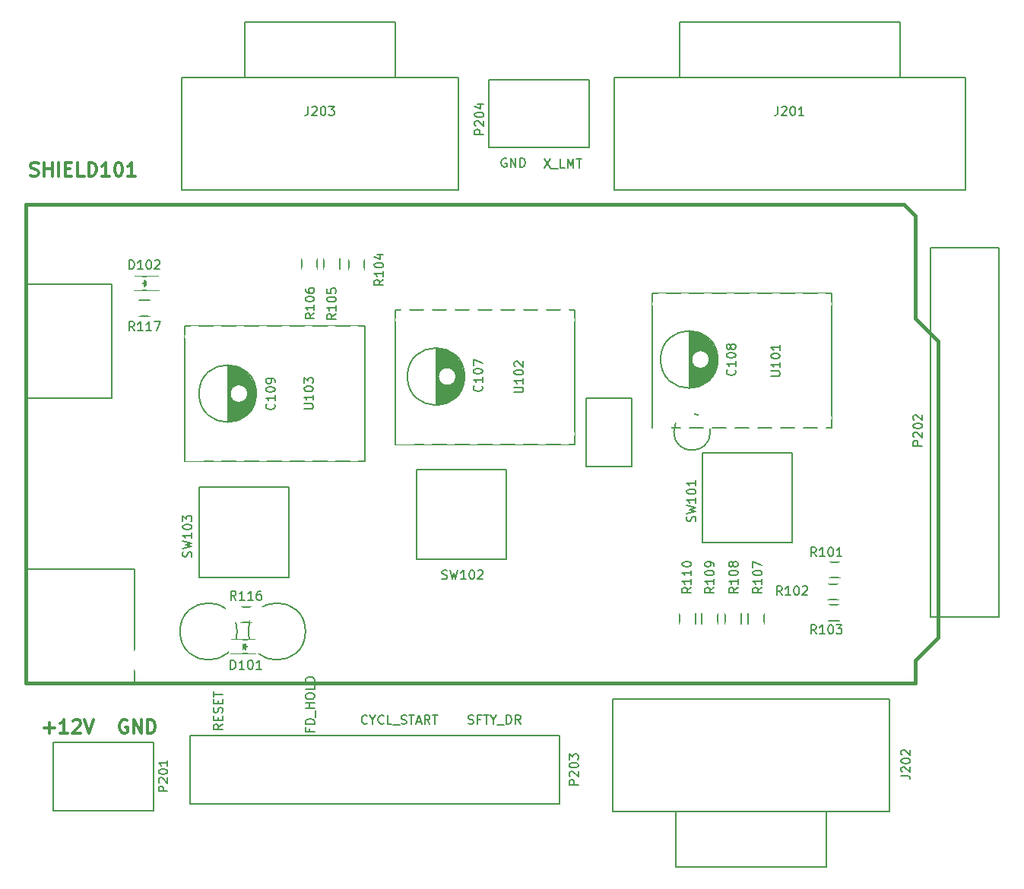
<source format=gto>
G04 #@! TF.FileFunction,Legend,Top*
%FSLAX46Y46*%
G04 Gerber Fmt 4.6, Leading zero omitted, Abs format (unit mm)*
G04 Created by KiCad (PCBNEW 4.0.5) date Wednesday, August 30, 2017 'PMt' 12:57:39 PM*
%MOMM*%
%LPD*%
G01*
G04 APERTURE LIST*
%ADD10C,0.100000*%
%ADD11C,0.150000*%
%ADD12C,0.300000*%
%ADD13C,0.127000*%
%ADD14C,0.381000*%
%ADD15C,0.304800*%
%ADD16C,1.700000*%
%ADD17R,1.700000X1.700000*%
%ADD18R,1.598880X1.598880*%
%ADD19R,1.900000X1.700000*%
%ADD20R,1.700000X1.900000*%
%ADD21O,1.924000X2.940000*%
%ADD22C,4.337000*%
%ADD23C,1.924000*%
%ADD24O,2.127200X2.432000*%
%ADD25R,2.127200X2.432000*%
%ADD26O,2.940000X2.940000*%
%ADD27R,2.940000X2.940000*%
%ADD28C,4.262000*%
%ADD29R,1.924000X1.924000*%
G04 APERTURE END LIST*
D10*
D11*
X127431896Y-75522200D02*
X127336658Y-75474581D01*
X127193801Y-75474581D01*
X127050943Y-75522200D01*
X126955705Y-75617438D01*
X126908086Y-75712676D01*
X126860467Y-75903152D01*
X126860467Y-76046010D01*
X126908086Y-76236486D01*
X126955705Y-76331724D01*
X127050943Y-76426962D01*
X127193801Y-76474581D01*
X127289039Y-76474581D01*
X127431896Y-76426962D01*
X127479515Y-76379343D01*
X127479515Y-76046010D01*
X127289039Y-76046010D01*
X127908086Y-76474581D02*
X127908086Y-75474581D01*
X128479515Y-76474581D01*
X128479515Y-75474581D01*
X128955705Y-76474581D02*
X128955705Y-75474581D01*
X129193800Y-75474581D01*
X129336658Y-75522200D01*
X129431896Y-75617438D01*
X129479515Y-75712676D01*
X129527134Y-75903152D01*
X129527134Y-76046010D01*
X129479515Y-76236486D01*
X129431896Y-76331724D01*
X129336658Y-76426962D01*
X129193800Y-76474581D01*
X128955705Y-76474581D01*
X131634171Y-75550781D02*
X132300838Y-76550781D01*
X132300838Y-75550781D02*
X131634171Y-76550781D01*
X132443695Y-76646019D02*
X133205600Y-76646019D01*
X133919886Y-76550781D02*
X133443695Y-76550781D01*
X133443695Y-75550781D01*
X134253219Y-76550781D02*
X134253219Y-75550781D01*
X134586553Y-76265067D01*
X134919886Y-75550781D01*
X134919886Y-76550781D01*
X135253219Y-75550781D02*
X135824648Y-75550781D01*
X135538933Y-76550781D02*
X135538933Y-75550781D01*
X123206238Y-138479162D02*
X123349095Y-138526781D01*
X123587191Y-138526781D01*
X123682429Y-138479162D01*
X123730048Y-138431543D01*
X123777667Y-138336305D01*
X123777667Y-138241067D01*
X123730048Y-138145829D01*
X123682429Y-138098210D01*
X123587191Y-138050590D01*
X123396714Y-138002971D01*
X123301476Y-137955352D01*
X123253857Y-137907733D01*
X123206238Y-137812495D01*
X123206238Y-137717257D01*
X123253857Y-137622019D01*
X123301476Y-137574400D01*
X123396714Y-137526781D01*
X123634810Y-137526781D01*
X123777667Y-137574400D01*
X124539572Y-138002971D02*
X124206238Y-138002971D01*
X124206238Y-138526781D02*
X124206238Y-137526781D01*
X124682429Y-137526781D01*
X124920524Y-137526781D02*
X125491953Y-137526781D01*
X125206238Y-138526781D02*
X125206238Y-137526781D01*
X126015762Y-138050590D02*
X126015762Y-138526781D01*
X125682429Y-137526781D02*
X126015762Y-138050590D01*
X126349096Y-137526781D01*
X126444334Y-138622019D02*
X127206239Y-138622019D01*
X127444334Y-138526781D02*
X127444334Y-137526781D01*
X127682429Y-137526781D01*
X127825287Y-137574400D01*
X127920525Y-137669638D01*
X127968144Y-137764876D01*
X128015763Y-137955352D01*
X128015763Y-138098210D01*
X127968144Y-138288686D01*
X127920525Y-138383924D01*
X127825287Y-138479162D01*
X127682429Y-138526781D01*
X127444334Y-138526781D01*
X129015763Y-138526781D02*
X128682429Y-138050590D01*
X128444334Y-138526781D02*
X128444334Y-137526781D01*
X128825287Y-137526781D01*
X128920525Y-137574400D01*
X128968144Y-137622019D01*
X129015763Y-137717257D01*
X129015763Y-137860114D01*
X128968144Y-137955352D01*
X128920525Y-138002971D01*
X128825287Y-138050590D01*
X128444334Y-138050590D01*
X111922371Y-138431543D02*
X111874752Y-138479162D01*
X111731895Y-138526781D01*
X111636657Y-138526781D01*
X111493799Y-138479162D01*
X111398561Y-138383924D01*
X111350942Y-138288686D01*
X111303323Y-138098210D01*
X111303323Y-137955352D01*
X111350942Y-137764876D01*
X111398561Y-137669638D01*
X111493799Y-137574400D01*
X111636657Y-137526781D01*
X111731895Y-137526781D01*
X111874752Y-137574400D01*
X111922371Y-137622019D01*
X112541418Y-138050590D02*
X112541418Y-138526781D01*
X112208085Y-137526781D02*
X112541418Y-138050590D01*
X112874752Y-137526781D01*
X113779514Y-138431543D02*
X113731895Y-138479162D01*
X113589038Y-138526781D01*
X113493800Y-138526781D01*
X113350942Y-138479162D01*
X113255704Y-138383924D01*
X113208085Y-138288686D01*
X113160466Y-138098210D01*
X113160466Y-137955352D01*
X113208085Y-137764876D01*
X113255704Y-137669638D01*
X113350942Y-137574400D01*
X113493800Y-137526781D01*
X113589038Y-137526781D01*
X113731895Y-137574400D01*
X113779514Y-137622019D01*
X114684276Y-138526781D02*
X114208085Y-138526781D01*
X114208085Y-137526781D01*
X114779514Y-138622019D02*
X115541419Y-138622019D01*
X115731895Y-138479162D02*
X115874752Y-138526781D01*
X116112848Y-138526781D01*
X116208086Y-138479162D01*
X116255705Y-138431543D01*
X116303324Y-138336305D01*
X116303324Y-138241067D01*
X116255705Y-138145829D01*
X116208086Y-138098210D01*
X116112848Y-138050590D01*
X115922371Y-138002971D01*
X115827133Y-137955352D01*
X115779514Y-137907733D01*
X115731895Y-137812495D01*
X115731895Y-137717257D01*
X115779514Y-137622019D01*
X115827133Y-137574400D01*
X115922371Y-137526781D01*
X116160467Y-137526781D01*
X116303324Y-137574400D01*
X116589038Y-137526781D02*
X117160467Y-137526781D01*
X116874752Y-138526781D02*
X116874752Y-137526781D01*
X117446181Y-138241067D02*
X117922372Y-138241067D01*
X117350943Y-138526781D02*
X117684276Y-137526781D01*
X118017610Y-138526781D01*
X118922372Y-138526781D02*
X118589038Y-138050590D01*
X118350943Y-138526781D02*
X118350943Y-137526781D01*
X118731896Y-137526781D01*
X118827134Y-137574400D01*
X118874753Y-137622019D01*
X118922372Y-137717257D01*
X118922372Y-137860114D01*
X118874753Y-137955352D01*
X118827134Y-138002971D01*
X118731896Y-138050590D01*
X118350943Y-138050590D01*
X119208086Y-137526781D02*
X119779515Y-137526781D01*
X119493800Y-138526781D02*
X119493800Y-137526781D01*
X105541771Y-139037676D02*
X105541771Y-139371010D01*
X106065581Y-139371010D02*
X105065581Y-139371010D01*
X105065581Y-138894819D01*
X106065581Y-138513867D02*
X105065581Y-138513867D01*
X105065581Y-138275772D01*
X105113200Y-138132914D01*
X105208438Y-138037676D01*
X105303676Y-137990057D01*
X105494152Y-137942438D01*
X105637010Y-137942438D01*
X105827486Y-137990057D01*
X105922724Y-138037676D01*
X106017962Y-138132914D01*
X106065581Y-138275772D01*
X106065581Y-138513867D01*
X106160819Y-137751962D02*
X106160819Y-136990057D01*
X106065581Y-136751962D02*
X105065581Y-136751962D01*
X105541771Y-136751962D02*
X105541771Y-136180533D01*
X106065581Y-136180533D02*
X105065581Y-136180533D01*
X105065581Y-135513867D02*
X105065581Y-135323390D01*
X105113200Y-135228152D01*
X105208438Y-135132914D01*
X105398914Y-135085295D01*
X105732248Y-135085295D01*
X105922724Y-135132914D01*
X106017962Y-135228152D01*
X106065581Y-135323390D01*
X106065581Y-135513867D01*
X106017962Y-135609105D01*
X105922724Y-135704343D01*
X105732248Y-135751962D01*
X105398914Y-135751962D01*
X105208438Y-135704343D01*
X105113200Y-135609105D01*
X105065581Y-135513867D01*
X106065581Y-134180533D02*
X106065581Y-134656724D01*
X105065581Y-134656724D01*
X106065581Y-133847200D02*
X105065581Y-133847200D01*
X105065581Y-133609105D01*
X105113200Y-133466247D01*
X105208438Y-133371009D01*
X105303676Y-133323390D01*
X105494152Y-133275771D01*
X105637010Y-133275771D01*
X105827486Y-133323390D01*
X105922724Y-133371009D01*
X106017962Y-133466247D01*
X106065581Y-133609105D01*
X106065581Y-133847200D01*
X95829381Y-138536181D02*
X95353190Y-138869515D01*
X95829381Y-139107610D02*
X94829381Y-139107610D01*
X94829381Y-138726657D01*
X94877000Y-138631419D01*
X94924619Y-138583800D01*
X95019857Y-138536181D01*
X95162714Y-138536181D01*
X95257952Y-138583800D01*
X95305571Y-138631419D01*
X95353190Y-138726657D01*
X95353190Y-139107610D01*
X95305571Y-138107610D02*
X95305571Y-137774276D01*
X95829381Y-137631419D02*
X95829381Y-138107610D01*
X94829381Y-138107610D01*
X94829381Y-137631419D01*
X95781762Y-137250467D02*
X95829381Y-137107610D01*
X95829381Y-136869514D01*
X95781762Y-136774276D01*
X95734143Y-136726657D01*
X95638905Y-136679038D01*
X95543667Y-136679038D01*
X95448429Y-136726657D01*
X95400810Y-136774276D01*
X95353190Y-136869514D01*
X95305571Y-137059991D01*
X95257952Y-137155229D01*
X95210333Y-137202848D01*
X95115095Y-137250467D01*
X95019857Y-137250467D01*
X94924619Y-137202848D01*
X94877000Y-137155229D01*
X94829381Y-137059991D01*
X94829381Y-136821895D01*
X94877000Y-136679038D01*
X95305571Y-136250467D02*
X95305571Y-135917133D01*
X95829381Y-135774276D02*
X95829381Y-136250467D01*
X94829381Y-136250467D01*
X94829381Y-135774276D01*
X94829381Y-135488562D02*
X94829381Y-134917133D01*
X95829381Y-135202848D02*
X94829381Y-135202848D01*
D12*
X85191743Y-138111800D02*
X85048886Y-138040371D01*
X84834600Y-138040371D01*
X84620315Y-138111800D01*
X84477457Y-138254657D01*
X84406029Y-138397514D01*
X84334600Y-138683229D01*
X84334600Y-138897514D01*
X84406029Y-139183229D01*
X84477457Y-139326086D01*
X84620315Y-139468943D01*
X84834600Y-139540371D01*
X84977457Y-139540371D01*
X85191743Y-139468943D01*
X85263172Y-139397514D01*
X85263172Y-138897514D01*
X84977457Y-138897514D01*
X85906029Y-139540371D02*
X85906029Y-138040371D01*
X86763172Y-139540371D01*
X86763172Y-138040371D01*
X87477458Y-139540371D02*
X87477458Y-138040371D01*
X87834601Y-138040371D01*
X88048886Y-138111800D01*
X88191744Y-138254657D01*
X88263172Y-138397514D01*
X88334601Y-138683229D01*
X88334601Y-138897514D01*
X88263172Y-139183229D01*
X88191744Y-139326086D01*
X88048886Y-139468943D01*
X87834601Y-139540371D01*
X87477458Y-139540371D01*
X75970144Y-138968943D02*
X77113001Y-138968943D01*
X76541572Y-139540371D02*
X76541572Y-138397514D01*
X78613001Y-139540371D02*
X77755858Y-139540371D01*
X78184430Y-139540371D02*
X78184430Y-138040371D01*
X78041573Y-138254657D01*
X77898715Y-138397514D01*
X77755858Y-138468943D01*
X79184429Y-138183229D02*
X79255858Y-138111800D01*
X79398715Y-138040371D01*
X79755858Y-138040371D01*
X79898715Y-138111800D01*
X79970144Y-138183229D01*
X80041572Y-138326086D01*
X80041572Y-138468943D01*
X79970144Y-138683229D01*
X79113001Y-139540371D01*
X80041572Y-139540371D01*
X80470143Y-138040371D02*
X80970143Y-139540371D01*
X81470143Y-138040371D01*
D11*
X119675000Y-96651000D02*
X119675000Y-102949000D01*
X119815000Y-96657000D02*
X119815000Y-102943000D01*
X119955000Y-96670000D02*
X119955000Y-99354000D01*
X119955000Y-100246000D02*
X119955000Y-102930000D01*
X120095000Y-96689000D02*
X120095000Y-99144000D01*
X120095000Y-100456000D02*
X120095000Y-102911000D01*
X120235000Y-96715000D02*
X120235000Y-99011000D01*
X120235000Y-100589000D02*
X120235000Y-102885000D01*
X120375000Y-96747000D02*
X120375000Y-98920000D01*
X120375000Y-100680000D02*
X120375000Y-102853000D01*
X120515000Y-96786000D02*
X120515000Y-98858000D01*
X120515000Y-100742000D02*
X120515000Y-102814000D01*
X120655000Y-96832000D02*
X120655000Y-98819000D01*
X120655000Y-100781000D02*
X120655000Y-102768000D01*
X120795000Y-96885000D02*
X120795000Y-98802000D01*
X120795000Y-100798000D02*
X120795000Y-102715000D01*
X120935000Y-96947000D02*
X120935000Y-98804000D01*
X120935000Y-100796000D02*
X120935000Y-102653000D01*
X121075000Y-97017000D02*
X121075000Y-98826000D01*
X121075000Y-100774000D02*
X121075000Y-102583000D01*
X121215000Y-97096000D02*
X121215000Y-98869000D01*
X121215000Y-100731000D02*
X121215000Y-102504000D01*
X121355000Y-97184000D02*
X121355000Y-98937000D01*
X121355000Y-100663000D02*
X121355000Y-102416000D01*
X121495000Y-97284000D02*
X121495000Y-99036000D01*
X121495000Y-100564000D02*
X121495000Y-102316000D01*
X121635000Y-97396000D02*
X121635000Y-99181000D01*
X121635000Y-100419000D02*
X121635000Y-102204000D01*
X121775000Y-97521000D02*
X121775000Y-99420000D01*
X121775000Y-100180000D02*
X121775000Y-102079000D01*
X121915000Y-97664000D02*
X121915000Y-101936000D01*
X122055000Y-97826000D02*
X122055000Y-101774000D01*
X122195000Y-98014000D02*
X122195000Y-101586000D01*
X122335000Y-98237000D02*
X122335000Y-101363000D01*
X122475000Y-98513000D02*
X122475000Y-101087000D01*
X122615000Y-98888000D02*
X122615000Y-100712000D01*
X121850000Y-99800000D02*
G75*
G03X121850000Y-99800000I-1000000J0D01*
G01*
X122787500Y-99800000D02*
G75*
G03X122787500Y-99800000I-3187500J0D01*
G01*
X147875000Y-94751000D02*
X147875000Y-101049000D01*
X148015000Y-94757000D02*
X148015000Y-101043000D01*
X148155000Y-94770000D02*
X148155000Y-97454000D01*
X148155000Y-98346000D02*
X148155000Y-101030000D01*
X148295000Y-94789000D02*
X148295000Y-97244000D01*
X148295000Y-98556000D02*
X148295000Y-101011000D01*
X148435000Y-94815000D02*
X148435000Y-97111000D01*
X148435000Y-98689000D02*
X148435000Y-100985000D01*
X148575000Y-94847000D02*
X148575000Y-97020000D01*
X148575000Y-98780000D02*
X148575000Y-100953000D01*
X148715000Y-94886000D02*
X148715000Y-96958000D01*
X148715000Y-98842000D02*
X148715000Y-100914000D01*
X148855000Y-94932000D02*
X148855000Y-96919000D01*
X148855000Y-98881000D02*
X148855000Y-100868000D01*
X148995000Y-94985000D02*
X148995000Y-96902000D01*
X148995000Y-98898000D02*
X148995000Y-100815000D01*
X149135000Y-95047000D02*
X149135000Y-96904000D01*
X149135000Y-98896000D02*
X149135000Y-100753000D01*
X149275000Y-95117000D02*
X149275000Y-96926000D01*
X149275000Y-98874000D02*
X149275000Y-100683000D01*
X149415000Y-95196000D02*
X149415000Y-96969000D01*
X149415000Y-98831000D02*
X149415000Y-100604000D01*
X149555000Y-95284000D02*
X149555000Y-97037000D01*
X149555000Y-98763000D02*
X149555000Y-100516000D01*
X149695000Y-95384000D02*
X149695000Y-97136000D01*
X149695000Y-98664000D02*
X149695000Y-100416000D01*
X149835000Y-95496000D02*
X149835000Y-97281000D01*
X149835000Y-98519000D02*
X149835000Y-100304000D01*
X149975000Y-95621000D02*
X149975000Y-97520000D01*
X149975000Y-98280000D02*
X149975000Y-100179000D01*
X150115000Y-95764000D02*
X150115000Y-100036000D01*
X150255000Y-95926000D02*
X150255000Y-99874000D01*
X150395000Y-96114000D02*
X150395000Y-99686000D01*
X150535000Y-96337000D02*
X150535000Y-99463000D01*
X150675000Y-96613000D02*
X150675000Y-99187000D01*
X150815000Y-96988000D02*
X150815000Y-98812000D01*
X150050000Y-97900000D02*
G75*
G03X150050000Y-97900000I-1000000J0D01*
G01*
X150987500Y-97900000D02*
G75*
G03X150987500Y-97900000I-3187500J0D01*
G01*
X96475000Y-98551000D02*
X96475000Y-104849000D01*
X96615000Y-98557000D02*
X96615000Y-104843000D01*
X96755000Y-98570000D02*
X96755000Y-101254000D01*
X96755000Y-102146000D02*
X96755000Y-104830000D01*
X96895000Y-98589000D02*
X96895000Y-101044000D01*
X96895000Y-102356000D02*
X96895000Y-104811000D01*
X97035000Y-98615000D02*
X97035000Y-100911000D01*
X97035000Y-102489000D02*
X97035000Y-104785000D01*
X97175000Y-98647000D02*
X97175000Y-100820000D01*
X97175000Y-102580000D02*
X97175000Y-104753000D01*
X97315000Y-98686000D02*
X97315000Y-100758000D01*
X97315000Y-102642000D02*
X97315000Y-104714000D01*
X97455000Y-98732000D02*
X97455000Y-100719000D01*
X97455000Y-102681000D02*
X97455000Y-104668000D01*
X97595000Y-98785000D02*
X97595000Y-100702000D01*
X97595000Y-102698000D02*
X97595000Y-104615000D01*
X97735000Y-98847000D02*
X97735000Y-100704000D01*
X97735000Y-102696000D02*
X97735000Y-104553000D01*
X97875000Y-98917000D02*
X97875000Y-100726000D01*
X97875000Y-102674000D02*
X97875000Y-104483000D01*
X98015000Y-98996000D02*
X98015000Y-100769000D01*
X98015000Y-102631000D02*
X98015000Y-104404000D01*
X98155000Y-99084000D02*
X98155000Y-100837000D01*
X98155000Y-102563000D02*
X98155000Y-104316000D01*
X98295000Y-99184000D02*
X98295000Y-100936000D01*
X98295000Y-102464000D02*
X98295000Y-104216000D01*
X98435000Y-99296000D02*
X98435000Y-101081000D01*
X98435000Y-102319000D02*
X98435000Y-104104000D01*
X98575000Y-99421000D02*
X98575000Y-101320000D01*
X98575000Y-102080000D02*
X98575000Y-103979000D01*
X98715000Y-99564000D02*
X98715000Y-103836000D01*
X98855000Y-99726000D02*
X98855000Y-103674000D01*
X98995000Y-99914000D02*
X98995000Y-103486000D01*
X99135000Y-100137000D02*
X99135000Y-103263000D01*
X99275000Y-100413000D02*
X99275000Y-102987000D01*
X99415000Y-100788000D02*
X99415000Y-102612000D01*
X98650000Y-101700000D02*
G75*
G03X98650000Y-101700000I-1000000J0D01*
G01*
X99587500Y-101700000D02*
G75*
G03X99587500Y-101700000I-3187500J0D01*
G01*
X96778095Y-130625000D02*
X99478095Y-130625000D01*
X96778095Y-129125000D02*
X99478095Y-129125000D01*
X98278095Y-130025000D02*
X98278095Y-129775000D01*
X98278095Y-129775000D02*
X98128095Y-129925000D01*
X98028095Y-129525000D02*
X98028095Y-130225000D01*
X98378095Y-129875000D02*
X98728095Y-129875000D01*
X98028095Y-129875000D02*
X98378095Y-129525000D01*
X98378095Y-129525000D02*
X98378095Y-130225000D01*
X98378095Y-130225000D02*
X98028095Y-129875000D01*
X88722000Y-88658000D02*
X86022000Y-88658000D01*
X88722000Y-90158000D02*
X86022000Y-90158000D01*
X87222000Y-89258000D02*
X87222000Y-89508000D01*
X87222000Y-89508000D02*
X87372000Y-89358000D01*
X87472000Y-89758000D02*
X87472000Y-89058000D01*
X87122000Y-89408000D02*
X86772000Y-89408000D01*
X87472000Y-89408000D02*
X87122000Y-89758000D01*
X87122000Y-89758000D02*
X87122000Y-89058000D01*
X87122000Y-89058000D02*
X87472000Y-89408000D01*
X164600000Y-122225000D02*
X163400000Y-122225000D01*
X163400000Y-120475000D02*
X164600000Y-120475000D01*
X164450000Y-124675000D02*
X163250000Y-124675000D01*
X163250000Y-122925000D02*
X164450000Y-122925000D01*
X164500000Y-126975000D02*
X163300000Y-126975000D01*
X163300000Y-125225000D02*
X164500000Y-125225000D01*
X111625000Y-86700000D02*
X111625000Y-87900000D01*
X109875000Y-87900000D02*
X109875000Y-86700000D01*
X108875000Y-86650000D02*
X108875000Y-87850000D01*
X107125000Y-87850000D02*
X107125000Y-86650000D01*
X106375000Y-86650000D02*
X106375000Y-87850000D01*
X104625000Y-87850000D02*
X104625000Y-86650000D01*
X154375000Y-127350000D02*
X154375000Y-126150000D01*
X156125000Y-126150000D02*
X156125000Y-127350000D01*
X151825000Y-127350000D02*
X151825000Y-126150000D01*
X153575000Y-126150000D02*
X153575000Y-127350000D01*
X149225000Y-127350000D02*
X149225000Y-126150000D01*
X150975000Y-126150000D02*
X150975000Y-127350000D01*
X146725000Y-127350000D02*
X146725000Y-126150000D01*
X148475000Y-126150000D02*
X148475000Y-127350000D01*
X99050000Y-127225000D02*
X97850000Y-127225000D01*
X97850000Y-125475000D02*
X99050000Y-125475000D01*
X86522000Y-91327000D02*
X87722000Y-91327000D01*
X87722000Y-93077000D02*
X86522000Y-93077000D01*
D13*
X105065000Y-128204200D02*
G75*
G03X105065000Y-128204200I-3175000J0D01*
G01*
X97445000Y-128204200D02*
G75*
G03X97445000Y-128204200I-3175000J0D01*
G01*
X73950000Y-121219200D02*
X86015000Y-121219200D01*
X86015000Y-121219200D02*
X86015000Y-133919200D01*
X73950000Y-89469200D02*
X83475000Y-89469200D01*
X83475000Y-89469200D02*
X83475000Y-102169200D01*
X83475000Y-102169200D02*
X73950000Y-102169200D01*
X136307000Y-102169200D02*
X136307000Y-109789200D01*
X136307000Y-109789200D02*
X141387000Y-109789200D01*
X141387000Y-109789200D02*
X141387000Y-102169200D01*
X141387000Y-102169200D02*
X136307000Y-102169200D01*
X150150000Y-105979200D02*
G75*
G03X150150000Y-105979200I-2032000J0D01*
G01*
D14*
X173010000Y-133919200D02*
X73950000Y-133919200D01*
X171740000Y-80579200D02*
X73950000Y-80579200D01*
X173010000Y-93279200D02*
X173010000Y-81849200D01*
X173010000Y-81849200D02*
X171740000Y-80579200D01*
X73950000Y-133919200D02*
X73950000Y-80579200D01*
X173010000Y-93279200D02*
X175550000Y-95819200D01*
X175550000Y-95819200D02*
X175550000Y-128839200D01*
X175550000Y-128839200D02*
X173010000Y-131379200D01*
X173010000Y-131379200D02*
X173010000Y-133919200D01*
D11*
X143650000Y-90550000D02*
X163650000Y-90550000D01*
X143650000Y-105550000D02*
X143650000Y-90550000D01*
X163650000Y-105550000D02*
X163650000Y-90550000D01*
X143650000Y-105550000D02*
X163650000Y-105550000D01*
X115050000Y-92350000D02*
X135050000Y-92350000D01*
X115050000Y-107350000D02*
X115050000Y-92350000D01*
X135050000Y-107350000D02*
X135050000Y-92350000D01*
X115050000Y-107350000D02*
X135050000Y-107350000D01*
X91650000Y-94200000D02*
X111650000Y-94200000D01*
X91650000Y-109200000D02*
X91650000Y-94200000D01*
X111650000Y-109200000D02*
X111650000Y-94200000D01*
X91650000Y-109200000D02*
X111650000Y-109200000D01*
X174700000Y-126570000D02*
X182300000Y-126570000D01*
X182300000Y-126570000D02*
X182300000Y-85430000D01*
X182300000Y-85430000D02*
X174700000Y-85430000D01*
X174700000Y-85430000D02*
X174700000Y-126570000D01*
X92210000Y-139818000D02*
X92210000Y-147418000D01*
X92210000Y-147418000D02*
X133350000Y-147418000D01*
X133350000Y-147418000D02*
X133350000Y-139818000D01*
X133350000Y-139818000D02*
X92210000Y-139818000D01*
X159300000Y-108300000D02*
X149300000Y-108300000D01*
X149300000Y-108300000D02*
X149300000Y-118300000D01*
X149300000Y-118300000D02*
X159300000Y-118300000D01*
X159300000Y-118300000D02*
X159300000Y-108300000D01*
X127450000Y-110200000D02*
X117450000Y-110200000D01*
X117450000Y-110200000D02*
X117450000Y-120200000D01*
X117450000Y-120200000D02*
X127450000Y-120200000D01*
X127450000Y-120200000D02*
X127450000Y-110200000D01*
X103250000Y-112150000D02*
X93250000Y-112150000D01*
X93250000Y-112150000D02*
X93250000Y-122150000D01*
X93250000Y-122150000D02*
X103250000Y-122150000D01*
X103250000Y-122150000D02*
X103250000Y-112150000D01*
X76970000Y-140580000D02*
X76970000Y-148180000D01*
X76970000Y-148180000D02*
X88130000Y-148180000D01*
X88130000Y-148180000D02*
X88130000Y-140580000D01*
X88130000Y-140580000D02*
X76970000Y-140580000D01*
X136644000Y-74304000D02*
X136644000Y-66704000D01*
X136644000Y-66704000D02*
X125484000Y-66704000D01*
X125484000Y-66704000D02*
X125484000Y-74304000D01*
X125484000Y-74304000D02*
X136644000Y-74304000D01*
X146734000Y-60276000D02*
X171274000Y-60276000D01*
X171274000Y-66446000D02*
X171274000Y-60276000D01*
X146734000Y-66446000D02*
X146734000Y-60276000D01*
X139434000Y-66446000D02*
X178574000Y-66446000D01*
X139434000Y-79046000D02*
X139434000Y-66446000D01*
X178574000Y-79046000D02*
X178574000Y-66446000D01*
X139434000Y-79046000D02*
X178574000Y-79046000D01*
X170105000Y-135700000D02*
X139295000Y-135700000D01*
X139295000Y-135700000D02*
X139295000Y-148300000D01*
X139295000Y-148300000D02*
X170105000Y-148300000D01*
X170105000Y-148300000D02*
X170105000Y-135700000D01*
X163095000Y-148300000D02*
X163095000Y-154470000D01*
X163095000Y-154470000D02*
X146305000Y-154470000D01*
X146305000Y-154470000D02*
X146305000Y-148300000D01*
X91275000Y-79046000D02*
X122085000Y-79046000D01*
X122085000Y-79046000D02*
X122085000Y-66446000D01*
X122085000Y-66446000D02*
X91275000Y-66446000D01*
X91275000Y-66446000D02*
X91275000Y-79046000D01*
X98285000Y-66446000D02*
X98285000Y-60276000D01*
X98285000Y-60276000D02*
X115075000Y-60276000D01*
X115075000Y-60276000D02*
X115075000Y-66446000D01*
X124690143Y-100814047D02*
X124737762Y-100861666D01*
X124785381Y-101004523D01*
X124785381Y-101099761D01*
X124737762Y-101242619D01*
X124642524Y-101337857D01*
X124547286Y-101385476D01*
X124356810Y-101433095D01*
X124213952Y-101433095D01*
X124023476Y-101385476D01*
X123928238Y-101337857D01*
X123833000Y-101242619D01*
X123785381Y-101099761D01*
X123785381Y-101004523D01*
X123833000Y-100861666D01*
X123880619Y-100814047D01*
X124785381Y-99861666D02*
X124785381Y-100433095D01*
X124785381Y-100147381D02*
X123785381Y-100147381D01*
X123928238Y-100242619D01*
X124023476Y-100337857D01*
X124071095Y-100433095D01*
X123785381Y-99242619D02*
X123785381Y-99147380D01*
X123833000Y-99052142D01*
X123880619Y-99004523D01*
X123975857Y-98956904D01*
X124166333Y-98909285D01*
X124404429Y-98909285D01*
X124594905Y-98956904D01*
X124690143Y-99004523D01*
X124737762Y-99052142D01*
X124785381Y-99147380D01*
X124785381Y-99242619D01*
X124737762Y-99337857D01*
X124690143Y-99385476D01*
X124594905Y-99433095D01*
X124404429Y-99480714D01*
X124166333Y-99480714D01*
X123975857Y-99433095D01*
X123880619Y-99385476D01*
X123833000Y-99337857D01*
X123785381Y-99242619D01*
X123785381Y-98575952D02*
X123785381Y-97909285D01*
X124785381Y-98337857D01*
X152884143Y-99036047D02*
X152931762Y-99083666D01*
X152979381Y-99226523D01*
X152979381Y-99321761D01*
X152931762Y-99464619D01*
X152836524Y-99559857D01*
X152741286Y-99607476D01*
X152550810Y-99655095D01*
X152407952Y-99655095D01*
X152217476Y-99607476D01*
X152122238Y-99559857D01*
X152027000Y-99464619D01*
X151979381Y-99321761D01*
X151979381Y-99226523D01*
X152027000Y-99083666D01*
X152074619Y-99036047D01*
X152979381Y-98083666D02*
X152979381Y-98655095D01*
X152979381Y-98369381D02*
X151979381Y-98369381D01*
X152122238Y-98464619D01*
X152217476Y-98559857D01*
X152265095Y-98655095D01*
X151979381Y-97464619D02*
X151979381Y-97369380D01*
X152027000Y-97274142D01*
X152074619Y-97226523D01*
X152169857Y-97178904D01*
X152360333Y-97131285D01*
X152598429Y-97131285D01*
X152788905Y-97178904D01*
X152884143Y-97226523D01*
X152931762Y-97274142D01*
X152979381Y-97369380D01*
X152979381Y-97464619D01*
X152931762Y-97559857D01*
X152884143Y-97607476D01*
X152788905Y-97655095D01*
X152598429Y-97702714D01*
X152360333Y-97702714D01*
X152169857Y-97655095D01*
X152074619Y-97607476D01*
X152027000Y-97559857D01*
X151979381Y-97464619D01*
X152407952Y-96559857D02*
X152360333Y-96655095D01*
X152312714Y-96702714D01*
X152217476Y-96750333D01*
X152169857Y-96750333D01*
X152074619Y-96702714D01*
X152027000Y-96655095D01*
X151979381Y-96559857D01*
X151979381Y-96369380D01*
X152027000Y-96274142D01*
X152074619Y-96226523D01*
X152169857Y-96178904D01*
X152217476Y-96178904D01*
X152312714Y-96226523D01*
X152360333Y-96274142D01*
X152407952Y-96369380D01*
X152407952Y-96559857D01*
X152455571Y-96655095D01*
X152503190Y-96702714D01*
X152598429Y-96750333D01*
X152788905Y-96750333D01*
X152884143Y-96702714D01*
X152931762Y-96655095D01*
X152979381Y-96559857D01*
X152979381Y-96369380D01*
X152931762Y-96274142D01*
X152884143Y-96226523D01*
X152788905Y-96178904D01*
X152598429Y-96178904D01*
X152503190Y-96226523D01*
X152455571Y-96274142D01*
X152407952Y-96369380D01*
X101576143Y-102846047D02*
X101623762Y-102893666D01*
X101671381Y-103036523D01*
X101671381Y-103131761D01*
X101623762Y-103274619D01*
X101528524Y-103369857D01*
X101433286Y-103417476D01*
X101242810Y-103465095D01*
X101099952Y-103465095D01*
X100909476Y-103417476D01*
X100814238Y-103369857D01*
X100719000Y-103274619D01*
X100671381Y-103131761D01*
X100671381Y-103036523D01*
X100719000Y-102893666D01*
X100766619Y-102846047D01*
X101671381Y-101893666D02*
X101671381Y-102465095D01*
X101671381Y-102179381D02*
X100671381Y-102179381D01*
X100814238Y-102274619D01*
X100909476Y-102369857D01*
X100957095Y-102465095D01*
X100671381Y-101274619D02*
X100671381Y-101179380D01*
X100719000Y-101084142D01*
X100766619Y-101036523D01*
X100861857Y-100988904D01*
X101052333Y-100941285D01*
X101290429Y-100941285D01*
X101480905Y-100988904D01*
X101576143Y-101036523D01*
X101623762Y-101084142D01*
X101671381Y-101179380D01*
X101671381Y-101274619D01*
X101623762Y-101369857D01*
X101576143Y-101417476D01*
X101480905Y-101465095D01*
X101290429Y-101512714D01*
X101052333Y-101512714D01*
X100861857Y-101465095D01*
X100766619Y-101417476D01*
X100719000Y-101369857D01*
X100671381Y-101274619D01*
X101671381Y-100465095D02*
X101671381Y-100274619D01*
X101623762Y-100179380D01*
X101576143Y-100131761D01*
X101433286Y-100036523D01*
X101242810Y-99988904D01*
X100861857Y-99988904D01*
X100766619Y-100036523D01*
X100719000Y-100084142D01*
X100671381Y-100179380D01*
X100671381Y-100369857D01*
X100719000Y-100465095D01*
X100766619Y-100512714D01*
X100861857Y-100560333D01*
X101099952Y-100560333D01*
X101195190Y-100512714D01*
X101242810Y-100465095D01*
X101290429Y-100369857D01*
X101290429Y-100179380D01*
X101242810Y-100084142D01*
X101195190Y-100036523D01*
X101099952Y-99988904D01*
X96734524Y-132405381D02*
X96734524Y-131405381D01*
X96972619Y-131405381D01*
X97115477Y-131453000D01*
X97210715Y-131548238D01*
X97258334Y-131643476D01*
X97305953Y-131833952D01*
X97305953Y-131976810D01*
X97258334Y-132167286D01*
X97210715Y-132262524D01*
X97115477Y-132357762D01*
X96972619Y-132405381D01*
X96734524Y-132405381D01*
X98258334Y-132405381D02*
X97686905Y-132405381D01*
X97972619Y-132405381D02*
X97972619Y-131405381D01*
X97877381Y-131548238D01*
X97782143Y-131643476D01*
X97686905Y-131691095D01*
X98877381Y-131405381D02*
X98972620Y-131405381D01*
X99067858Y-131453000D01*
X99115477Y-131500619D01*
X99163096Y-131595857D01*
X99210715Y-131786333D01*
X99210715Y-132024429D01*
X99163096Y-132214905D01*
X99115477Y-132310143D01*
X99067858Y-132357762D01*
X98972620Y-132405381D01*
X98877381Y-132405381D01*
X98782143Y-132357762D01*
X98734524Y-132310143D01*
X98686905Y-132214905D01*
X98639286Y-132024429D01*
X98639286Y-131786333D01*
X98686905Y-131595857D01*
X98734524Y-131500619D01*
X98782143Y-131453000D01*
X98877381Y-131405381D01*
X100163096Y-132405381D02*
X99591667Y-132405381D01*
X99877381Y-132405381D02*
X99877381Y-131405381D01*
X99782143Y-131548238D01*
X99686905Y-131643476D01*
X99591667Y-131691095D01*
X85431524Y-87828381D02*
X85431524Y-86828381D01*
X85669619Y-86828381D01*
X85812477Y-86876000D01*
X85907715Y-86971238D01*
X85955334Y-87066476D01*
X86002953Y-87256952D01*
X86002953Y-87399810D01*
X85955334Y-87590286D01*
X85907715Y-87685524D01*
X85812477Y-87780762D01*
X85669619Y-87828381D01*
X85431524Y-87828381D01*
X86955334Y-87828381D02*
X86383905Y-87828381D01*
X86669619Y-87828381D02*
X86669619Y-86828381D01*
X86574381Y-86971238D01*
X86479143Y-87066476D01*
X86383905Y-87114095D01*
X87574381Y-86828381D02*
X87669620Y-86828381D01*
X87764858Y-86876000D01*
X87812477Y-86923619D01*
X87860096Y-87018857D01*
X87907715Y-87209333D01*
X87907715Y-87447429D01*
X87860096Y-87637905D01*
X87812477Y-87733143D01*
X87764858Y-87780762D01*
X87669620Y-87828381D01*
X87574381Y-87828381D01*
X87479143Y-87780762D01*
X87431524Y-87733143D01*
X87383905Y-87637905D01*
X87336286Y-87447429D01*
X87336286Y-87209333D01*
X87383905Y-87018857D01*
X87431524Y-86923619D01*
X87479143Y-86876000D01*
X87574381Y-86828381D01*
X88288667Y-86923619D02*
X88336286Y-86876000D01*
X88431524Y-86828381D01*
X88669620Y-86828381D01*
X88764858Y-86876000D01*
X88812477Y-86923619D01*
X88860096Y-87018857D01*
X88860096Y-87114095D01*
X88812477Y-87256952D01*
X88241048Y-87828381D01*
X88860096Y-87828381D01*
X161948953Y-119832381D02*
X161615619Y-119356190D01*
X161377524Y-119832381D02*
X161377524Y-118832381D01*
X161758477Y-118832381D01*
X161853715Y-118880000D01*
X161901334Y-118927619D01*
X161948953Y-119022857D01*
X161948953Y-119165714D01*
X161901334Y-119260952D01*
X161853715Y-119308571D01*
X161758477Y-119356190D01*
X161377524Y-119356190D01*
X162901334Y-119832381D02*
X162329905Y-119832381D01*
X162615619Y-119832381D02*
X162615619Y-118832381D01*
X162520381Y-118975238D01*
X162425143Y-119070476D01*
X162329905Y-119118095D01*
X163520381Y-118832381D02*
X163615620Y-118832381D01*
X163710858Y-118880000D01*
X163758477Y-118927619D01*
X163806096Y-119022857D01*
X163853715Y-119213333D01*
X163853715Y-119451429D01*
X163806096Y-119641905D01*
X163758477Y-119737143D01*
X163710858Y-119784762D01*
X163615620Y-119832381D01*
X163520381Y-119832381D01*
X163425143Y-119784762D01*
X163377524Y-119737143D01*
X163329905Y-119641905D01*
X163282286Y-119451429D01*
X163282286Y-119213333D01*
X163329905Y-119022857D01*
X163377524Y-118927619D01*
X163425143Y-118880000D01*
X163520381Y-118832381D01*
X164806096Y-119832381D02*
X164234667Y-119832381D01*
X164520381Y-119832381D02*
X164520381Y-118832381D01*
X164425143Y-118975238D01*
X164329905Y-119070476D01*
X164234667Y-119118095D01*
X158138953Y-124150381D02*
X157805619Y-123674190D01*
X157567524Y-124150381D02*
X157567524Y-123150381D01*
X157948477Y-123150381D01*
X158043715Y-123198000D01*
X158091334Y-123245619D01*
X158138953Y-123340857D01*
X158138953Y-123483714D01*
X158091334Y-123578952D01*
X158043715Y-123626571D01*
X157948477Y-123674190D01*
X157567524Y-123674190D01*
X159091334Y-124150381D02*
X158519905Y-124150381D01*
X158805619Y-124150381D02*
X158805619Y-123150381D01*
X158710381Y-123293238D01*
X158615143Y-123388476D01*
X158519905Y-123436095D01*
X159710381Y-123150381D02*
X159805620Y-123150381D01*
X159900858Y-123198000D01*
X159948477Y-123245619D01*
X159996096Y-123340857D01*
X160043715Y-123531333D01*
X160043715Y-123769429D01*
X159996096Y-123959905D01*
X159948477Y-124055143D01*
X159900858Y-124102762D01*
X159805620Y-124150381D01*
X159710381Y-124150381D01*
X159615143Y-124102762D01*
X159567524Y-124055143D01*
X159519905Y-123959905D01*
X159472286Y-123769429D01*
X159472286Y-123531333D01*
X159519905Y-123340857D01*
X159567524Y-123245619D01*
X159615143Y-123198000D01*
X159710381Y-123150381D01*
X160424667Y-123245619D02*
X160472286Y-123198000D01*
X160567524Y-123150381D01*
X160805620Y-123150381D01*
X160900858Y-123198000D01*
X160948477Y-123245619D01*
X160996096Y-123340857D01*
X160996096Y-123436095D01*
X160948477Y-123578952D01*
X160377048Y-124150381D01*
X160996096Y-124150381D01*
X161948953Y-128468381D02*
X161615619Y-127992190D01*
X161377524Y-128468381D02*
X161377524Y-127468381D01*
X161758477Y-127468381D01*
X161853715Y-127516000D01*
X161901334Y-127563619D01*
X161948953Y-127658857D01*
X161948953Y-127801714D01*
X161901334Y-127896952D01*
X161853715Y-127944571D01*
X161758477Y-127992190D01*
X161377524Y-127992190D01*
X162901334Y-128468381D02*
X162329905Y-128468381D01*
X162615619Y-128468381D02*
X162615619Y-127468381D01*
X162520381Y-127611238D01*
X162425143Y-127706476D01*
X162329905Y-127754095D01*
X163520381Y-127468381D02*
X163615620Y-127468381D01*
X163710858Y-127516000D01*
X163758477Y-127563619D01*
X163806096Y-127658857D01*
X163853715Y-127849333D01*
X163853715Y-128087429D01*
X163806096Y-128277905D01*
X163758477Y-128373143D01*
X163710858Y-128420762D01*
X163615620Y-128468381D01*
X163520381Y-128468381D01*
X163425143Y-128420762D01*
X163377524Y-128373143D01*
X163329905Y-128277905D01*
X163282286Y-128087429D01*
X163282286Y-127849333D01*
X163329905Y-127658857D01*
X163377524Y-127563619D01*
X163425143Y-127516000D01*
X163520381Y-127468381D01*
X164187048Y-127468381D02*
X164806096Y-127468381D01*
X164472762Y-127849333D01*
X164615620Y-127849333D01*
X164710858Y-127896952D01*
X164758477Y-127944571D01*
X164806096Y-128039810D01*
X164806096Y-128277905D01*
X164758477Y-128373143D01*
X164710858Y-128420762D01*
X164615620Y-128468381D01*
X164329905Y-128468381D01*
X164234667Y-128420762D01*
X164187048Y-128373143D01*
X113736381Y-89003047D02*
X113260190Y-89336381D01*
X113736381Y-89574476D02*
X112736381Y-89574476D01*
X112736381Y-89193523D01*
X112784000Y-89098285D01*
X112831619Y-89050666D01*
X112926857Y-89003047D01*
X113069714Y-89003047D01*
X113164952Y-89050666D01*
X113212571Y-89098285D01*
X113260190Y-89193523D01*
X113260190Y-89574476D01*
X113736381Y-88050666D02*
X113736381Y-88622095D01*
X113736381Y-88336381D02*
X112736381Y-88336381D01*
X112879238Y-88431619D01*
X112974476Y-88526857D01*
X113022095Y-88622095D01*
X112736381Y-87431619D02*
X112736381Y-87336380D01*
X112784000Y-87241142D01*
X112831619Y-87193523D01*
X112926857Y-87145904D01*
X113117333Y-87098285D01*
X113355429Y-87098285D01*
X113545905Y-87145904D01*
X113641143Y-87193523D01*
X113688762Y-87241142D01*
X113736381Y-87336380D01*
X113736381Y-87431619D01*
X113688762Y-87526857D01*
X113641143Y-87574476D01*
X113545905Y-87622095D01*
X113355429Y-87669714D01*
X113117333Y-87669714D01*
X112926857Y-87622095D01*
X112831619Y-87574476D01*
X112784000Y-87526857D01*
X112736381Y-87431619D01*
X113069714Y-86241142D02*
X113736381Y-86241142D01*
X112688762Y-86479238D02*
X113403048Y-86717333D01*
X113403048Y-86098285D01*
X108452381Y-92819047D02*
X107976190Y-93152381D01*
X108452381Y-93390476D02*
X107452381Y-93390476D01*
X107452381Y-93009523D01*
X107500000Y-92914285D01*
X107547619Y-92866666D01*
X107642857Y-92819047D01*
X107785714Y-92819047D01*
X107880952Y-92866666D01*
X107928571Y-92914285D01*
X107976190Y-93009523D01*
X107976190Y-93390476D01*
X108452381Y-91866666D02*
X108452381Y-92438095D01*
X108452381Y-92152381D02*
X107452381Y-92152381D01*
X107595238Y-92247619D01*
X107690476Y-92342857D01*
X107738095Y-92438095D01*
X107452381Y-91247619D02*
X107452381Y-91152380D01*
X107500000Y-91057142D01*
X107547619Y-91009523D01*
X107642857Y-90961904D01*
X107833333Y-90914285D01*
X108071429Y-90914285D01*
X108261905Y-90961904D01*
X108357143Y-91009523D01*
X108404762Y-91057142D01*
X108452381Y-91152380D01*
X108452381Y-91247619D01*
X108404762Y-91342857D01*
X108357143Y-91390476D01*
X108261905Y-91438095D01*
X108071429Y-91485714D01*
X107833333Y-91485714D01*
X107642857Y-91438095D01*
X107547619Y-91390476D01*
X107500000Y-91342857D01*
X107452381Y-91247619D01*
X107452381Y-90009523D02*
X107452381Y-90485714D01*
X107928571Y-90533333D01*
X107880952Y-90485714D01*
X107833333Y-90390476D01*
X107833333Y-90152380D01*
X107880952Y-90057142D01*
X107928571Y-90009523D01*
X108023810Y-89961904D01*
X108261905Y-89961904D01*
X108357143Y-90009523D01*
X108404762Y-90057142D01*
X108452381Y-90152380D01*
X108452381Y-90390476D01*
X108404762Y-90485714D01*
X108357143Y-90533333D01*
X106052381Y-92769047D02*
X105576190Y-93102381D01*
X106052381Y-93340476D02*
X105052381Y-93340476D01*
X105052381Y-92959523D01*
X105100000Y-92864285D01*
X105147619Y-92816666D01*
X105242857Y-92769047D01*
X105385714Y-92769047D01*
X105480952Y-92816666D01*
X105528571Y-92864285D01*
X105576190Y-92959523D01*
X105576190Y-93340476D01*
X106052381Y-91816666D02*
X106052381Y-92388095D01*
X106052381Y-92102381D02*
X105052381Y-92102381D01*
X105195238Y-92197619D01*
X105290476Y-92292857D01*
X105338095Y-92388095D01*
X105052381Y-91197619D02*
X105052381Y-91102380D01*
X105100000Y-91007142D01*
X105147619Y-90959523D01*
X105242857Y-90911904D01*
X105433333Y-90864285D01*
X105671429Y-90864285D01*
X105861905Y-90911904D01*
X105957143Y-90959523D01*
X106004762Y-91007142D01*
X106052381Y-91102380D01*
X106052381Y-91197619D01*
X106004762Y-91292857D01*
X105957143Y-91340476D01*
X105861905Y-91388095D01*
X105671429Y-91435714D01*
X105433333Y-91435714D01*
X105242857Y-91388095D01*
X105147619Y-91340476D01*
X105100000Y-91292857D01*
X105052381Y-91197619D01*
X105052381Y-90007142D02*
X105052381Y-90197619D01*
X105100000Y-90292857D01*
X105147619Y-90340476D01*
X105290476Y-90435714D01*
X105480952Y-90483333D01*
X105861905Y-90483333D01*
X105957143Y-90435714D01*
X106004762Y-90388095D01*
X106052381Y-90292857D01*
X106052381Y-90102380D01*
X106004762Y-90007142D01*
X105957143Y-89959523D01*
X105861905Y-89911904D01*
X105623810Y-89911904D01*
X105528571Y-89959523D01*
X105480952Y-90007142D01*
X105433333Y-90102380D01*
X105433333Y-90292857D01*
X105480952Y-90388095D01*
X105528571Y-90435714D01*
X105623810Y-90483333D01*
X155900381Y-123293047D02*
X155424190Y-123626381D01*
X155900381Y-123864476D02*
X154900381Y-123864476D01*
X154900381Y-123483523D01*
X154948000Y-123388285D01*
X154995619Y-123340666D01*
X155090857Y-123293047D01*
X155233714Y-123293047D01*
X155328952Y-123340666D01*
X155376571Y-123388285D01*
X155424190Y-123483523D01*
X155424190Y-123864476D01*
X155900381Y-122340666D02*
X155900381Y-122912095D01*
X155900381Y-122626381D02*
X154900381Y-122626381D01*
X155043238Y-122721619D01*
X155138476Y-122816857D01*
X155186095Y-122912095D01*
X154900381Y-121721619D02*
X154900381Y-121626380D01*
X154948000Y-121531142D01*
X154995619Y-121483523D01*
X155090857Y-121435904D01*
X155281333Y-121388285D01*
X155519429Y-121388285D01*
X155709905Y-121435904D01*
X155805143Y-121483523D01*
X155852762Y-121531142D01*
X155900381Y-121626380D01*
X155900381Y-121721619D01*
X155852762Y-121816857D01*
X155805143Y-121864476D01*
X155709905Y-121912095D01*
X155519429Y-121959714D01*
X155281333Y-121959714D01*
X155090857Y-121912095D01*
X154995619Y-121864476D01*
X154948000Y-121816857D01*
X154900381Y-121721619D01*
X154900381Y-121054952D02*
X154900381Y-120388285D01*
X155900381Y-120816857D01*
X153233381Y-123293047D02*
X152757190Y-123626381D01*
X153233381Y-123864476D02*
X152233381Y-123864476D01*
X152233381Y-123483523D01*
X152281000Y-123388285D01*
X152328619Y-123340666D01*
X152423857Y-123293047D01*
X152566714Y-123293047D01*
X152661952Y-123340666D01*
X152709571Y-123388285D01*
X152757190Y-123483523D01*
X152757190Y-123864476D01*
X153233381Y-122340666D02*
X153233381Y-122912095D01*
X153233381Y-122626381D02*
X152233381Y-122626381D01*
X152376238Y-122721619D01*
X152471476Y-122816857D01*
X152519095Y-122912095D01*
X152233381Y-121721619D02*
X152233381Y-121626380D01*
X152281000Y-121531142D01*
X152328619Y-121483523D01*
X152423857Y-121435904D01*
X152614333Y-121388285D01*
X152852429Y-121388285D01*
X153042905Y-121435904D01*
X153138143Y-121483523D01*
X153185762Y-121531142D01*
X153233381Y-121626380D01*
X153233381Y-121721619D01*
X153185762Y-121816857D01*
X153138143Y-121864476D01*
X153042905Y-121912095D01*
X152852429Y-121959714D01*
X152614333Y-121959714D01*
X152423857Y-121912095D01*
X152328619Y-121864476D01*
X152281000Y-121816857D01*
X152233381Y-121721619D01*
X152661952Y-120816857D02*
X152614333Y-120912095D01*
X152566714Y-120959714D01*
X152471476Y-121007333D01*
X152423857Y-121007333D01*
X152328619Y-120959714D01*
X152281000Y-120912095D01*
X152233381Y-120816857D01*
X152233381Y-120626380D01*
X152281000Y-120531142D01*
X152328619Y-120483523D01*
X152423857Y-120435904D01*
X152471476Y-120435904D01*
X152566714Y-120483523D01*
X152614333Y-120531142D01*
X152661952Y-120626380D01*
X152661952Y-120816857D01*
X152709571Y-120912095D01*
X152757190Y-120959714D01*
X152852429Y-121007333D01*
X153042905Y-121007333D01*
X153138143Y-120959714D01*
X153185762Y-120912095D01*
X153233381Y-120816857D01*
X153233381Y-120626380D01*
X153185762Y-120531142D01*
X153138143Y-120483523D01*
X153042905Y-120435904D01*
X152852429Y-120435904D01*
X152757190Y-120483523D01*
X152709571Y-120531142D01*
X152661952Y-120626380D01*
X150566381Y-123293047D02*
X150090190Y-123626381D01*
X150566381Y-123864476D02*
X149566381Y-123864476D01*
X149566381Y-123483523D01*
X149614000Y-123388285D01*
X149661619Y-123340666D01*
X149756857Y-123293047D01*
X149899714Y-123293047D01*
X149994952Y-123340666D01*
X150042571Y-123388285D01*
X150090190Y-123483523D01*
X150090190Y-123864476D01*
X150566381Y-122340666D02*
X150566381Y-122912095D01*
X150566381Y-122626381D02*
X149566381Y-122626381D01*
X149709238Y-122721619D01*
X149804476Y-122816857D01*
X149852095Y-122912095D01*
X149566381Y-121721619D02*
X149566381Y-121626380D01*
X149614000Y-121531142D01*
X149661619Y-121483523D01*
X149756857Y-121435904D01*
X149947333Y-121388285D01*
X150185429Y-121388285D01*
X150375905Y-121435904D01*
X150471143Y-121483523D01*
X150518762Y-121531142D01*
X150566381Y-121626380D01*
X150566381Y-121721619D01*
X150518762Y-121816857D01*
X150471143Y-121864476D01*
X150375905Y-121912095D01*
X150185429Y-121959714D01*
X149947333Y-121959714D01*
X149756857Y-121912095D01*
X149661619Y-121864476D01*
X149614000Y-121816857D01*
X149566381Y-121721619D01*
X150566381Y-120912095D02*
X150566381Y-120721619D01*
X150518762Y-120626380D01*
X150471143Y-120578761D01*
X150328286Y-120483523D01*
X150137810Y-120435904D01*
X149756857Y-120435904D01*
X149661619Y-120483523D01*
X149614000Y-120531142D01*
X149566381Y-120626380D01*
X149566381Y-120816857D01*
X149614000Y-120912095D01*
X149661619Y-120959714D01*
X149756857Y-121007333D01*
X149994952Y-121007333D01*
X150090190Y-120959714D01*
X150137810Y-120912095D01*
X150185429Y-120816857D01*
X150185429Y-120626380D01*
X150137810Y-120531142D01*
X150090190Y-120483523D01*
X149994952Y-120435904D01*
X148026381Y-123293047D02*
X147550190Y-123626381D01*
X148026381Y-123864476D02*
X147026381Y-123864476D01*
X147026381Y-123483523D01*
X147074000Y-123388285D01*
X147121619Y-123340666D01*
X147216857Y-123293047D01*
X147359714Y-123293047D01*
X147454952Y-123340666D01*
X147502571Y-123388285D01*
X147550190Y-123483523D01*
X147550190Y-123864476D01*
X148026381Y-122340666D02*
X148026381Y-122912095D01*
X148026381Y-122626381D02*
X147026381Y-122626381D01*
X147169238Y-122721619D01*
X147264476Y-122816857D01*
X147312095Y-122912095D01*
X148026381Y-121388285D02*
X148026381Y-121959714D01*
X148026381Y-121674000D02*
X147026381Y-121674000D01*
X147169238Y-121769238D01*
X147264476Y-121864476D01*
X147312095Y-121959714D01*
X147026381Y-120769238D02*
X147026381Y-120673999D01*
X147074000Y-120578761D01*
X147121619Y-120531142D01*
X147216857Y-120483523D01*
X147407333Y-120435904D01*
X147645429Y-120435904D01*
X147835905Y-120483523D01*
X147931143Y-120531142D01*
X147978762Y-120578761D01*
X148026381Y-120673999D01*
X148026381Y-120769238D01*
X147978762Y-120864476D01*
X147931143Y-120912095D01*
X147835905Y-120959714D01*
X147645429Y-121007333D01*
X147407333Y-121007333D01*
X147216857Y-120959714D01*
X147121619Y-120912095D01*
X147074000Y-120864476D01*
X147026381Y-120769238D01*
X97330953Y-124702381D02*
X96997619Y-124226190D01*
X96759524Y-124702381D02*
X96759524Y-123702381D01*
X97140477Y-123702381D01*
X97235715Y-123750000D01*
X97283334Y-123797619D01*
X97330953Y-123892857D01*
X97330953Y-124035714D01*
X97283334Y-124130952D01*
X97235715Y-124178571D01*
X97140477Y-124226190D01*
X96759524Y-124226190D01*
X98283334Y-124702381D02*
X97711905Y-124702381D01*
X97997619Y-124702381D02*
X97997619Y-123702381D01*
X97902381Y-123845238D01*
X97807143Y-123940476D01*
X97711905Y-123988095D01*
X99235715Y-124702381D02*
X98664286Y-124702381D01*
X98950000Y-124702381D02*
X98950000Y-123702381D01*
X98854762Y-123845238D01*
X98759524Y-123940476D01*
X98664286Y-123988095D01*
X100092858Y-123702381D02*
X99902381Y-123702381D01*
X99807143Y-123750000D01*
X99759524Y-123797619D01*
X99664286Y-123940476D01*
X99616667Y-124130952D01*
X99616667Y-124511905D01*
X99664286Y-124607143D01*
X99711905Y-124654762D01*
X99807143Y-124702381D01*
X99997620Y-124702381D01*
X100092858Y-124654762D01*
X100140477Y-124607143D01*
X100188096Y-124511905D01*
X100188096Y-124273810D01*
X100140477Y-124178571D01*
X100092858Y-124130952D01*
X99997620Y-124083333D01*
X99807143Y-124083333D01*
X99711905Y-124130952D01*
X99664286Y-124178571D01*
X99616667Y-124273810D01*
X86002953Y-94686381D02*
X85669619Y-94210190D01*
X85431524Y-94686381D02*
X85431524Y-93686381D01*
X85812477Y-93686381D01*
X85907715Y-93734000D01*
X85955334Y-93781619D01*
X86002953Y-93876857D01*
X86002953Y-94019714D01*
X85955334Y-94114952D01*
X85907715Y-94162571D01*
X85812477Y-94210190D01*
X85431524Y-94210190D01*
X86955334Y-94686381D02*
X86383905Y-94686381D01*
X86669619Y-94686381D02*
X86669619Y-93686381D01*
X86574381Y-93829238D01*
X86479143Y-93924476D01*
X86383905Y-93972095D01*
X87907715Y-94686381D02*
X87336286Y-94686381D01*
X87622000Y-94686381D02*
X87622000Y-93686381D01*
X87526762Y-93829238D01*
X87431524Y-93924476D01*
X87336286Y-93972095D01*
X88241048Y-93686381D02*
X88907715Y-93686381D01*
X88479143Y-94686381D01*
D15*
X74458000Y-77386057D02*
X74675714Y-77458629D01*
X75038571Y-77458629D01*
X75183714Y-77386057D01*
X75256285Y-77313486D01*
X75328857Y-77168343D01*
X75328857Y-77023200D01*
X75256285Y-76878057D01*
X75183714Y-76805486D01*
X75038571Y-76732914D01*
X74748285Y-76660343D01*
X74603143Y-76587771D01*
X74530571Y-76515200D01*
X74458000Y-76370057D01*
X74458000Y-76224914D01*
X74530571Y-76079771D01*
X74603143Y-76007200D01*
X74748285Y-75934629D01*
X75111143Y-75934629D01*
X75328857Y-76007200D01*
X75982000Y-77458629D02*
X75982000Y-75934629D01*
X75982000Y-76660343D02*
X76852857Y-76660343D01*
X76852857Y-77458629D02*
X76852857Y-75934629D01*
X77578571Y-77458629D02*
X77578571Y-75934629D01*
X78304285Y-76660343D02*
X78812285Y-76660343D01*
X79029999Y-77458629D02*
X78304285Y-77458629D01*
X78304285Y-75934629D01*
X79029999Y-75934629D01*
X80408856Y-77458629D02*
X79683142Y-77458629D01*
X79683142Y-75934629D01*
X80916856Y-77458629D02*
X80916856Y-75934629D01*
X81279713Y-75934629D01*
X81497428Y-76007200D01*
X81642570Y-76152343D01*
X81715142Y-76297486D01*
X81787713Y-76587771D01*
X81787713Y-76805486D01*
X81715142Y-77095771D01*
X81642570Y-77240914D01*
X81497428Y-77386057D01*
X81279713Y-77458629D01*
X80916856Y-77458629D01*
X83239142Y-77458629D02*
X82368285Y-77458629D01*
X82803713Y-77458629D02*
X82803713Y-75934629D01*
X82658570Y-76152343D01*
X82513428Y-76297486D01*
X82368285Y-76370057D01*
X84182571Y-75934629D02*
X84327714Y-75934629D01*
X84472857Y-76007200D01*
X84545428Y-76079771D01*
X84617999Y-76224914D01*
X84690571Y-76515200D01*
X84690571Y-76878057D01*
X84617999Y-77168343D01*
X84545428Y-77313486D01*
X84472857Y-77386057D01*
X84327714Y-77458629D01*
X84182571Y-77458629D01*
X84037428Y-77386057D01*
X83964857Y-77313486D01*
X83892285Y-77168343D01*
X83819714Y-76878057D01*
X83819714Y-76515200D01*
X83892285Y-76224914D01*
X83964857Y-76079771D01*
X84037428Y-76007200D01*
X84182571Y-75934629D01*
X86142000Y-77458629D02*
X85271143Y-77458629D01*
X85706571Y-77458629D02*
X85706571Y-75934629D01*
X85561428Y-76152343D01*
X85416286Y-76297486D01*
X85271143Y-76370057D01*
D11*
X156912381Y-99764286D02*
X157721905Y-99764286D01*
X157817143Y-99716667D01*
X157864762Y-99669048D01*
X157912381Y-99573810D01*
X157912381Y-99383333D01*
X157864762Y-99288095D01*
X157817143Y-99240476D01*
X157721905Y-99192857D01*
X156912381Y-99192857D01*
X157912381Y-98192857D02*
X157912381Y-98764286D01*
X157912381Y-98478572D02*
X156912381Y-98478572D01*
X157055238Y-98573810D01*
X157150476Y-98669048D01*
X157198095Y-98764286D01*
X156912381Y-97573810D02*
X156912381Y-97478571D01*
X156960000Y-97383333D01*
X157007619Y-97335714D01*
X157102857Y-97288095D01*
X157293333Y-97240476D01*
X157531429Y-97240476D01*
X157721905Y-97288095D01*
X157817143Y-97335714D01*
X157864762Y-97383333D01*
X157912381Y-97478571D01*
X157912381Y-97573810D01*
X157864762Y-97669048D01*
X157817143Y-97716667D01*
X157721905Y-97764286D01*
X157531429Y-97811905D01*
X157293333Y-97811905D01*
X157102857Y-97764286D01*
X157007619Y-97716667D01*
X156960000Y-97669048D01*
X156912381Y-97573810D01*
X157912381Y-96288095D02*
X157912381Y-96859524D01*
X157912381Y-96573810D02*
X156912381Y-96573810D01*
X157055238Y-96669048D01*
X157150476Y-96764286D01*
X157198095Y-96859524D01*
X128312381Y-101564286D02*
X129121905Y-101564286D01*
X129217143Y-101516667D01*
X129264762Y-101469048D01*
X129312381Y-101373810D01*
X129312381Y-101183333D01*
X129264762Y-101088095D01*
X129217143Y-101040476D01*
X129121905Y-100992857D01*
X128312381Y-100992857D01*
X129312381Y-99992857D02*
X129312381Y-100564286D01*
X129312381Y-100278572D02*
X128312381Y-100278572D01*
X128455238Y-100373810D01*
X128550476Y-100469048D01*
X128598095Y-100564286D01*
X128312381Y-99373810D02*
X128312381Y-99278571D01*
X128360000Y-99183333D01*
X128407619Y-99135714D01*
X128502857Y-99088095D01*
X128693333Y-99040476D01*
X128931429Y-99040476D01*
X129121905Y-99088095D01*
X129217143Y-99135714D01*
X129264762Y-99183333D01*
X129312381Y-99278571D01*
X129312381Y-99373810D01*
X129264762Y-99469048D01*
X129217143Y-99516667D01*
X129121905Y-99564286D01*
X128931429Y-99611905D01*
X128693333Y-99611905D01*
X128502857Y-99564286D01*
X128407619Y-99516667D01*
X128360000Y-99469048D01*
X128312381Y-99373810D01*
X128407619Y-98659524D02*
X128360000Y-98611905D01*
X128312381Y-98516667D01*
X128312381Y-98278571D01*
X128360000Y-98183333D01*
X128407619Y-98135714D01*
X128502857Y-98088095D01*
X128598095Y-98088095D01*
X128740952Y-98135714D01*
X129312381Y-98707143D01*
X129312381Y-98088095D01*
X104912381Y-103414286D02*
X105721905Y-103414286D01*
X105817143Y-103366667D01*
X105864762Y-103319048D01*
X105912381Y-103223810D01*
X105912381Y-103033333D01*
X105864762Y-102938095D01*
X105817143Y-102890476D01*
X105721905Y-102842857D01*
X104912381Y-102842857D01*
X105912381Y-101842857D02*
X105912381Y-102414286D01*
X105912381Y-102128572D02*
X104912381Y-102128572D01*
X105055238Y-102223810D01*
X105150476Y-102319048D01*
X105198095Y-102414286D01*
X104912381Y-101223810D02*
X104912381Y-101128571D01*
X104960000Y-101033333D01*
X105007619Y-100985714D01*
X105102857Y-100938095D01*
X105293333Y-100890476D01*
X105531429Y-100890476D01*
X105721905Y-100938095D01*
X105817143Y-100985714D01*
X105864762Y-101033333D01*
X105912381Y-101128571D01*
X105912381Y-101223810D01*
X105864762Y-101319048D01*
X105817143Y-101366667D01*
X105721905Y-101414286D01*
X105531429Y-101461905D01*
X105293333Y-101461905D01*
X105102857Y-101414286D01*
X105007619Y-101366667D01*
X104960000Y-101319048D01*
X104912381Y-101223810D01*
X104912381Y-100557143D02*
X104912381Y-99938095D01*
X105293333Y-100271429D01*
X105293333Y-100128571D01*
X105340952Y-100033333D01*
X105388571Y-99985714D01*
X105483810Y-99938095D01*
X105721905Y-99938095D01*
X105817143Y-99985714D01*
X105864762Y-100033333D01*
X105912381Y-100128571D01*
X105912381Y-100414286D01*
X105864762Y-100509524D01*
X105817143Y-100557143D01*
X173751681Y-107503976D02*
X172751681Y-107503976D01*
X172751681Y-107123023D01*
X172799300Y-107027785D01*
X172846919Y-106980166D01*
X172942157Y-106932547D01*
X173085014Y-106932547D01*
X173180252Y-106980166D01*
X173227871Y-107027785D01*
X173275490Y-107123023D01*
X173275490Y-107503976D01*
X172846919Y-106551595D02*
X172799300Y-106503976D01*
X172751681Y-106408738D01*
X172751681Y-106170642D01*
X172799300Y-106075404D01*
X172846919Y-106027785D01*
X172942157Y-105980166D01*
X173037395Y-105980166D01*
X173180252Y-106027785D01*
X173751681Y-106599214D01*
X173751681Y-105980166D01*
X172751681Y-105361119D02*
X172751681Y-105265880D01*
X172799300Y-105170642D01*
X172846919Y-105123023D01*
X172942157Y-105075404D01*
X173132633Y-105027785D01*
X173370729Y-105027785D01*
X173561205Y-105075404D01*
X173656443Y-105123023D01*
X173704062Y-105170642D01*
X173751681Y-105265880D01*
X173751681Y-105361119D01*
X173704062Y-105456357D01*
X173656443Y-105503976D01*
X173561205Y-105551595D01*
X173370729Y-105599214D01*
X173132633Y-105599214D01*
X172942157Y-105551595D01*
X172846919Y-105503976D01*
X172799300Y-105456357D01*
X172751681Y-105361119D01*
X172846919Y-104646833D02*
X172799300Y-104599214D01*
X172751681Y-104503976D01*
X172751681Y-104265880D01*
X172799300Y-104170642D01*
X172846919Y-104123023D01*
X172942157Y-104075404D01*
X173037395Y-104075404D01*
X173180252Y-104123023D01*
X173751681Y-104694452D01*
X173751681Y-104075404D01*
X135453381Y-145302076D02*
X134453381Y-145302076D01*
X134453381Y-144921123D01*
X134501000Y-144825885D01*
X134548619Y-144778266D01*
X134643857Y-144730647D01*
X134786714Y-144730647D01*
X134881952Y-144778266D01*
X134929571Y-144825885D01*
X134977190Y-144921123D01*
X134977190Y-145302076D01*
X134548619Y-144349695D02*
X134501000Y-144302076D01*
X134453381Y-144206838D01*
X134453381Y-143968742D01*
X134501000Y-143873504D01*
X134548619Y-143825885D01*
X134643857Y-143778266D01*
X134739095Y-143778266D01*
X134881952Y-143825885D01*
X135453381Y-144397314D01*
X135453381Y-143778266D01*
X134453381Y-143159219D02*
X134453381Y-143063980D01*
X134501000Y-142968742D01*
X134548619Y-142921123D01*
X134643857Y-142873504D01*
X134834333Y-142825885D01*
X135072429Y-142825885D01*
X135262905Y-142873504D01*
X135358143Y-142921123D01*
X135405762Y-142968742D01*
X135453381Y-143063980D01*
X135453381Y-143159219D01*
X135405762Y-143254457D01*
X135358143Y-143302076D01*
X135262905Y-143349695D01*
X135072429Y-143397314D01*
X134834333Y-143397314D01*
X134643857Y-143349695D01*
X134548619Y-143302076D01*
X134501000Y-143254457D01*
X134453381Y-143159219D01*
X134453381Y-142492552D02*
X134453381Y-141873504D01*
X134834333Y-142206838D01*
X134834333Y-142063980D01*
X134881952Y-141968742D01*
X134929571Y-141921123D01*
X135024810Y-141873504D01*
X135262905Y-141873504D01*
X135358143Y-141921123D01*
X135405762Y-141968742D01*
X135453381Y-142063980D01*
X135453381Y-142349695D01*
X135405762Y-142444933D01*
X135358143Y-142492552D01*
X148486762Y-115950714D02*
X148534381Y-115807857D01*
X148534381Y-115569761D01*
X148486762Y-115474523D01*
X148439143Y-115426904D01*
X148343905Y-115379285D01*
X148248667Y-115379285D01*
X148153429Y-115426904D01*
X148105810Y-115474523D01*
X148058190Y-115569761D01*
X148010571Y-115760238D01*
X147962952Y-115855476D01*
X147915333Y-115903095D01*
X147820095Y-115950714D01*
X147724857Y-115950714D01*
X147629619Y-115903095D01*
X147582000Y-115855476D01*
X147534381Y-115760238D01*
X147534381Y-115522142D01*
X147582000Y-115379285D01*
X147534381Y-115045952D02*
X148534381Y-114807857D01*
X147820095Y-114617380D01*
X148534381Y-114426904D01*
X147534381Y-114188809D01*
X148534381Y-113284047D02*
X148534381Y-113855476D01*
X148534381Y-113569762D02*
X147534381Y-113569762D01*
X147677238Y-113665000D01*
X147772476Y-113760238D01*
X147820095Y-113855476D01*
X147534381Y-112665000D02*
X147534381Y-112569761D01*
X147582000Y-112474523D01*
X147629619Y-112426904D01*
X147724857Y-112379285D01*
X147915333Y-112331666D01*
X148153429Y-112331666D01*
X148343905Y-112379285D01*
X148439143Y-112426904D01*
X148486762Y-112474523D01*
X148534381Y-112569761D01*
X148534381Y-112665000D01*
X148486762Y-112760238D01*
X148439143Y-112807857D01*
X148343905Y-112855476D01*
X148153429Y-112903095D01*
X147915333Y-112903095D01*
X147724857Y-112855476D01*
X147629619Y-112807857D01*
X147582000Y-112760238D01*
X147534381Y-112665000D01*
X148534381Y-111379285D02*
X148534381Y-111950714D01*
X148534381Y-111665000D02*
X147534381Y-111665000D01*
X147677238Y-111760238D01*
X147772476Y-111855476D01*
X147820095Y-111950714D01*
X120269286Y-122324762D02*
X120412143Y-122372381D01*
X120650239Y-122372381D01*
X120745477Y-122324762D01*
X120793096Y-122277143D01*
X120840715Y-122181905D01*
X120840715Y-122086667D01*
X120793096Y-121991429D01*
X120745477Y-121943810D01*
X120650239Y-121896190D01*
X120459762Y-121848571D01*
X120364524Y-121800952D01*
X120316905Y-121753333D01*
X120269286Y-121658095D01*
X120269286Y-121562857D01*
X120316905Y-121467619D01*
X120364524Y-121420000D01*
X120459762Y-121372381D01*
X120697858Y-121372381D01*
X120840715Y-121420000D01*
X121174048Y-121372381D02*
X121412143Y-122372381D01*
X121602620Y-121658095D01*
X121793096Y-122372381D01*
X122031191Y-121372381D01*
X122935953Y-122372381D02*
X122364524Y-122372381D01*
X122650238Y-122372381D02*
X122650238Y-121372381D01*
X122555000Y-121515238D01*
X122459762Y-121610476D01*
X122364524Y-121658095D01*
X123555000Y-121372381D02*
X123650239Y-121372381D01*
X123745477Y-121420000D01*
X123793096Y-121467619D01*
X123840715Y-121562857D01*
X123888334Y-121753333D01*
X123888334Y-121991429D01*
X123840715Y-122181905D01*
X123793096Y-122277143D01*
X123745477Y-122324762D01*
X123650239Y-122372381D01*
X123555000Y-122372381D01*
X123459762Y-122324762D01*
X123412143Y-122277143D01*
X123364524Y-122181905D01*
X123316905Y-121991429D01*
X123316905Y-121753333D01*
X123364524Y-121562857D01*
X123412143Y-121467619D01*
X123459762Y-121420000D01*
X123555000Y-121372381D01*
X124269286Y-121467619D02*
X124316905Y-121420000D01*
X124412143Y-121372381D01*
X124650239Y-121372381D01*
X124745477Y-121420000D01*
X124793096Y-121467619D01*
X124840715Y-121562857D01*
X124840715Y-121658095D01*
X124793096Y-121800952D01*
X124221667Y-122372381D01*
X124840715Y-122372381D01*
X92352762Y-119887714D02*
X92400381Y-119744857D01*
X92400381Y-119506761D01*
X92352762Y-119411523D01*
X92305143Y-119363904D01*
X92209905Y-119316285D01*
X92114667Y-119316285D01*
X92019429Y-119363904D01*
X91971810Y-119411523D01*
X91924190Y-119506761D01*
X91876571Y-119697238D01*
X91828952Y-119792476D01*
X91781333Y-119840095D01*
X91686095Y-119887714D01*
X91590857Y-119887714D01*
X91495619Y-119840095D01*
X91448000Y-119792476D01*
X91400381Y-119697238D01*
X91400381Y-119459142D01*
X91448000Y-119316285D01*
X91400381Y-118982952D02*
X92400381Y-118744857D01*
X91686095Y-118554380D01*
X92400381Y-118363904D01*
X91400381Y-118125809D01*
X92400381Y-117221047D02*
X92400381Y-117792476D01*
X92400381Y-117506762D02*
X91400381Y-117506762D01*
X91543238Y-117602000D01*
X91638476Y-117697238D01*
X91686095Y-117792476D01*
X91400381Y-116602000D02*
X91400381Y-116506761D01*
X91448000Y-116411523D01*
X91495619Y-116363904D01*
X91590857Y-116316285D01*
X91781333Y-116268666D01*
X92019429Y-116268666D01*
X92209905Y-116316285D01*
X92305143Y-116363904D01*
X92352762Y-116411523D01*
X92400381Y-116506761D01*
X92400381Y-116602000D01*
X92352762Y-116697238D01*
X92305143Y-116744857D01*
X92209905Y-116792476D01*
X92019429Y-116840095D01*
X91781333Y-116840095D01*
X91590857Y-116792476D01*
X91495619Y-116744857D01*
X91448000Y-116697238D01*
X91400381Y-116602000D01*
X91400381Y-115935333D02*
X91400381Y-115316285D01*
X91781333Y-115649619D01*
X91781333Y-115506761D01*
X91828952Y-115411523D01*
X91876571Y-115363904D01*
X91971810Y-115316285D01*
X92209905Y-115316285D01*
X92305143Y-115363904D01*
X92352762Y-115411523D01*
X92400381Y-115506761D01*
X92400381Y-115792476D01*
X92352762Y-115887714D01*
X92305143Y-115935333D01*
X89707981Y-146013276D02*
X88707981Y-146013276D01*
X88707981Y-145632323D01*
X88755600Y-145537085D01*
X88803219Y-145489466D01*
X88898457Y-145441847D01*
X89041314Y-145441847D01*
X89136552Y-145489466D01*
X89184171Y-145537085D01*
X89231790Y-145632323D01*
X89231790Y-146013276D01*
X88803219Y-145060895D02*
X88755600Y-145013276D01*
X88707981Y-144918038D01*
X88707981Y-144679942D01*
X88755600Y-144584704D01*
X88803219Y-144537085D01*
X88898457Y-144489466D01*
X88993695Y-144489466D01*
X89136552Y-144537085D01*
X89707981Y-145108514D01*
X89707981Y-144489466D01*
X88707981Y-143870419D02*
X88707981Y-143775180D01*
X88755600Y-143679942D01*
X88803219Y-143632323D01*
X88898457Y-143584704D01*
X89088933Y-143537085D01*
X89327029Y-143537085D01*
X89517505Y-143584704D01*
X89612743Y-143632323D01*
X89660362Y-143679942D01*
X89707981Y-143775180D01*
X89707981Y-143870419D01*
X89660362Y-143965657D01*
X89612743Y-144013276D01*
X89517505Y-144060895D01*
X89327029Y-144108514D01*
X89088933Y-144108514D01*
X88898457Y-144060895D01*
X88803219Y-144013276D01*
X88755600Y-143965657D01*
X88707981Y-143870419D01*
X89707981Y-142584704D02*
X89707981Y-143156133D01*
X89707981Y-142870419D02*
X88707981Y-142870419D01*
X88850838Y-142965657D01*
X88946076Y-143060895D01*
X88993695Y-143156133D01*
X124912381Y-72810476D02*
X123912381Y-72810476D01*
X123912381Y-72429523D01*
X123960000Y-72334285D01*
X124007619Y-72286666D01*
X124102857Y-72239047D01*
X124245714Y-72239047D01*
X124340952Y-72286666D01*
X124388571Y-72334285D01*
X124436190Y-72429523D01*
X124436190Y-72810476D01*
X124007619Y-71858095D02*
X123960000Y-71810476D01*
X123912381Y-71715238D01*
X123912381Y-71477142D01*
X123960000Y-71381904D01*
X124007619Y-71334285D01*
X124102857Y-71286666D01*
X124198095Y-71286666D01*
X124340952Y-71334285D01*
X124912381Y-71905714D01*
X124912381Y-71286666D01*
X123912381Y-70667619D02*
X123912381Y-70572380D01*
X123960000Y-70477142D01*
X124007619Y-70429523D01*
X124102857Y-70381904D01*
X124293333Y-70334285D01*
X124531429Y-70334285D01*
X124721905Y-70381904D01*
X124817143Y-70429523D01*
X124864762Y-70477142D01*
X124912381Y-70572380D01*
X124912381Y-70667619D01*
X124864762Y-70762857D01*
X124817143Y-70810476D01*
X124721905Y-70858095D01*
X124531429Y-70905714D01*
X124293333Y-70905714D01*
X124102857Y-70858095D01*
X124007619Y-70810476D01*
X123960000Y-70762857D01*
X123912381Y-70667619D01*
X124245714Y-69477142D02*
X124912381Y-69477142D01*
X123864762Y-69715238D02*
X124579048Y-69953333D01*
X124579048Y-69334285D01*
X157664946Y-69711321D02*
X157664946Y-70425607D01*
X157617326Y-70568464D01*
X157522088Y-70663702D01*
X157379231Y-70711321D01*
X157283993Y-70711321D01*
X158093517Y-69806559D02*
X158141136Y-69758940D01*
X158236374Y-69711321D01*
X158474470Y-69711321D01*
X158569708Y-69758940D01*
X158617327Y-69806559D01*
X158664946Y-69901797D01*
X158664946Y-69997035D01*
X158617327Y-70139892D01*
X158045898Y-70711321D01*
X158664946Y-70711321D01*
X159283993Y-69711321D02*
X159379232Y-69711321D01*
X159474470Y-69758940D01*
X159522089Y-69806559D01*
X159569708Y-69901797D01*
X159617327Y-70092273D01*
X159617327Y-70330369D01*
X159569708Y-70520845D01*
X159522089Y-70616083D01*
X159474470Y-70663702D01*
X159379232Y-70711321D01*
X159283993Y-70711321D01*
X159188755Y-70663702D01*
X159141136Y-70616083D01*
X159093517Y-70520845D01*
X159045898Y-70330369D01*
X159045898Y-70092273D01*
X159093517Y-69901797D01*
X159141136Y-69806559D01*
X159188755Y-69758940D01*
X159283993Y-69711321D01*
X160569708Y-70711321D02*
X159998279Y-70711321D01*
X160283993Y-70711321D02*
X160283993Y-69711321D01*
X160188755Y-69854178D01*
X160093517Y-69949416D01*
X159998279Y-69997035D01*
X171410381Y-144287714D02*
X172124667Y-144287714D01*
X172267524Y-144335334D01*
X172362762Y-144430572D01*
X172410381Y-144573429D01*
X172410381Y-144668667D01*
X171505619Y-143859143D02*
X171458000Y-143811524D01*
X171410381Y-143716286D01*
X171410381Y-143478190D01*
X171458000Y-143382952D01*
X171505619Y-143335333D01*
X171600857Y-143287714D01*
X171696095Y-143287714D01*
X171838952Y-143335333D01*
X172410381Y-143906762D01*
X172410381Y-143287714D01*
X171410381Y-142668667D02*
X171410381Y-142573428D01*
X171458000Y-142478190D01*
X171505619Y-142430571D01*
X171600857Y-142382952D01*
X171791333Y-142335333D01*
X172029429Y-142335333D01*
X172219905Y-142382952D01*
X172315143Y-142430571D01*
X172362762Y-142478190D01*
X172410381Y-142573428D01*
X172410381Y-142668667D01*
X172362762Y-142763905D01*
X172315143Y-142811524D01*
X172219905Y-142859143D01*
X172029429Y-142906762D01*
X171791333Y-142906762D01*
X171600857Y-142859143D01*
X171505619Y-142811524D01*
X171458000Y-142763905D01*
X171410381Y-142668667D01*
X171505619Y-141954381D02*
X171458000Y-141906762D01*
X171410381Y-141811524D01*
X171410381Y-141573428D01*
X171458000Y-141478190D01*
X171505619Y-141430571D01*
X171600857Y-141382952D01*
X171696095Y-141382952D01*
X171838952Y-141430571D01*
X172410381Y-142002000D01*
X172410381Y-141382952D01*
X105366346Y-69693541D02*
X105366346Y-70407827D01*
X105318726Y-70550684D01*
X105223488Y-70645922D01*
X105080631Y-70693541D01*
X104985393Y-70693541D01*
X105794917Y-69788779D02*
X105842536Y-69741160D01*
X105937774Y-69693541D01*
X106175870Y-69693541D01*
X106271108Y-69741160D01*
X106318727Y-69788779D01*
X106366346Y-69884017D01*
X106366346Y-69979255D01*
X106318727Y-70122112D01*
X105747298Y-70693541D01*
X106366346Y-70693541D01*
X106985393Y-69693541D02*
X107080632Y-69693541D01*
X107175870Y-69741160D01*
X107223489Y-69788779D01*
X107271108Y-69884017D01*
X107318727Y-70074493D01*
X107318727Y-70312589D01*
X107271108Y-70503065D01*
X107223489Y-70598303D01*
X107175870Y-70645922D01*
X107080632Y-70693541D01*
X106985393Y-70693541D01*
X106890155Y-70645922D01*
X106842536Y-70598303D01*
X106794917Y-70503065D01*
X106747298Y-70312589D01*
X106747298Y-70074493D01*
X106794917Y-69884017D01*
X106842536Y-69788779D01*
X106890155Y-69741160D01*
X106985393Y-69693541D01*
X107652060Y-69693541D02*
X108271108Y-69693541D01*
X107937774Y-70074493D01*
X108080632Y-70074493D01*
X108175870Y-70122112D01*
X108223489Y-70169731D01*
X108271108Y-70264970D01*
X108271108Y-70503065D01*
X108223489Y-70598303D01*
X108175870Y-70645922D01*
X108080632Y-70693541D01*
X107794917Y-70693541D01*
X107699679Y-70645922D01*
X107652060Y-70598303D01*
%LPC*%
D16*
X120850000Y-99800000D03*
D17*
X118350000Y-99800000D03*
D16*
X149050000Y-97900000D03*
D17*
X146550000Y-97900000D03*
D16*
X97650000Y-101700000D03*
D17*
X95150000Y-101700000D03*
D18*
X99427115Y-129875000D03*
X97329075Y-129875000D03*
X86072980Y-89408000D03*
X88171020Y-89408000D03*
D19*
X162650000Y-121350000D03*
X165350000Y-121350000D03*
X162500000Y-123800000D03*
X165200000Y-123800000D03*
X162550000Y-126100000D03*
X165250000Y-126100000D03*
D20*
X110750000Y-88650000D03*
X110750000Y-85950000D03*
X108000000Y-88600000D03*
X108000000Y-85900000D03*
X105500000Y-88600000D03*
X105500000Y-85900000D03*
X155250000Y-125400000D03*
X155250000Y-128100000D03*
X152700000Y-125400000D03*
X152700000Y-128100000D03*
X150100000Y-125400000D03*
X150100000Y-128100000D03*
X147600000Y-125400000D03*
X147600000Y-128100000D03*
D19*
X97100000Y-126350000D03*
X99800000Y-126350000D03*
X88472000Y-92202000D03*
X85772000Y-92202000D03*
D21*
X142530000Y-83119200D03*
X145070000Y-83119200D03*
X147610000Y-83119200D03*
X150150000Y-83119200D03*
X152690000Y-83119200D03*
X155230000Y-83119200D03*
X157770000Y-83119200D03*
X160310000Y-83119200D03*
X165390000Y-131379200D03*
X162850000Y-131379200D03*
X160310000Y-131379200D03*
X157770000Y-131379200D03*
X147610000Y-131379200D03*
X142530000Y-131379200D03*
X139990000Y-131379200D03*
X150150000Y-131379200D03*
X152690000Y-131379200D03*
X155230000Y-131379200D03*
X137450000Y-131379200D03*
X134910000Y-131379200D03*
X132370000Y-131379200D03*
X124750000Y-131379200D03*
X127290000Y-131379200D03*
X129830000Y-131379200D03*
X119670000Y-131379200D03*
X117130000Y-131379200D03*
X114590000Y-131379200D03*
X109510000Y-131379200D03*
X106970000Y-131379200D03*
X137450000Y-83119200D03*
X134910000Y-83119200D03*
X132370000Y-83119200D03*
X129830000Y-83119200D03*
X127290000Y-83119200D03*
X124750000Y-83119200D03*
X122210000Y-83119200D03*
X119670000Y-83119200D03*
X115606000Y-83119200D03*
X113066000Y-83119200D03*
X110526000Y-83119200D03*
X107986000Y-83119200D03*
X105446000Y-83119200D03*
X102906000Y-83119200D03*
X100366000Y-83119200D03*
X97826000Y-83119200D03*
X112050000Y-131379200D03*
D22*
X170470000Y-131379200D03*
X164120000Y-83119200D03*
X89190000Y-83119200D03*
X87920000Y-131379200D03*
D23*
X167930000Y-85659200D03*
X170470000Y-85659200D03*
X167930000Y-88199200D03*
X170470000Y-88199200D03*
X167930000Y-90739200D03*
X170470000Y-90739200D03*
X167930000Y-93279200D03*
X170470000Y-93279200D03*
X167930000Y-83119200D03*
X170470000Y-83119200D03*
X170470000Y-95819200D03*
X167930000Y-95819200D03*
X167930000Y-98359200D03*
X170470000Y-98359200D03*
X167930000Y-100899200D03*
X170470000Y-100899200D03*
X167930000Y-103439200D03*
X170470000Y-103439200D03*
X167930000Y-105979200D03*
X170470000Y-105979200D03*
X167930000Y-108519200D03*
X170470000Y-108519200D03*
X167930000Y-111059200D03*
X170470000Y-111059200D03*
X167930000Y-113599200D03*
X170470000Y-113599200D03*
X167930000Y-116139200D03*
X170470000Y-116139200D03*
X167930000Y-118679200D03*
X170470000Y-118679200D03*
X167930000Y-121219200D03*
X170470000Y-121219200D03*
X167930000Y-123759200D03*
X170470000Y-123759200D03*
X167930000Y-126299200D03*
X170470000Y-126299200D03*
D24*
X162540000Y-91700000D03*
X160000000Y-91700000D03*
X157460000Y-91700000D03*
X154920000Y-91700000D03*
X152380000Y-91700000D03*
X149840000Y-91700000D03*
X147300000Y-91700000D03*
X144760000Y-91700000D03*
D25*
X144760000Y-104400000D03*
D24*
X147300000Y-104400000D03*
X149840000Y-104400000D03*
X152380000Y-104400000D03*
X154920000Y-104400000D03*
X157460000Y-104400000D03*
X160000000Y-104400000D03*
X162540000Y-104400000D03*
X133940000Y-93500000D03*
X131400000Y-93500000D03*
X128860000Y-93500000D03*
X126320000Y-93500000D03*
X123780000Y-93500000D03*
X121240000Y-93500000D03*
X118700000Y-93500000D03*
X116160000Y-93500000D03*
D25*
X116160000Y-106200000D03*
D24*
X118700000Y-106200000D03*
X121240000Y-106200000D03*
X123780000Y-106200000D03*
X126320000Y-106200000D03*
X128860000Y-106200000D03*
X131400000Y-106200000D03*
X133940000Y-106200000D03*
X110540000Y-95350000D03*
X108000000Y-95350000D03*
X105460000Y-95350000D03*
X102920000Y-95350000D03*
X100380000Y-95350000D03*
X97840000Y-95350000D03*
X95300000Y-95350000D03*
X92760000Y-95350000D03*
D25*
X92760000Y-108050000D03*
D24*
X95300000Y-108050000D03*
X97840000Y-108050000D03*
X100380000Y-108050000D03*
X102920000Y-108050000D03*
X105460000Y-108050000D03*
X108000000Y-108050000D03*
X110540000Y-108050000D03*
D26*
X178900000Y-87970000D03*
X178900000Y-93050000D03*
X178900000Y-98130000D03*
X178900000Y-103210000D03*
X178900000Y-108290000D03*
X178900000Y-113370000D03*
D27*
X178900000Y-123530000D03*
D26*
X178900000Y-118450000D03*
X130810000Y-144018000D03*
X125730000Y-144018000D03*
X120650000Y-144018000D03*
X115570000Y-144018000D03*
X110490000Y-144018000D03*
X105410000Y-144018000D03*
D27*
X95250000Y-144018000D03*
D26*
X100330000Y-144018000D03*
D23*
X155570000Y-109490000D03*
X153030000Y-109490000D03*
X150490000Y-109490000D03*
X158110000Y-109490000D03*
X153030000Y-117110000D03*
X123720000Y-111390000D03*
X121180000Y-111390000D03*
X118640000Y-111390000D03*
X126260000Y-111390000D03*
X121180000Y-119010000D03*
X99520000Y-113340000D03*
X96980000Y-113340000D03*
X94440000Y-113340000D03*
X102060000Y-113340000D03*
X96980000Y-120960000D03*
D27*
X80010000Y-144780000D03*
D26*
X85090000Y-144780000D03*
D27*
X133604000Y-70104000D03*
D26*
X128524000Y-70104000D03*
D28*
X175664000Y-75946000D03*
X142344000Y-75946000D03*
D29*
X149414000Y-77366000D03*
D23*
X152154000Y-77366000D03*
X154894000Y-77366000D03*
X157634000Y-77366000D03*
X160374000Y-77366000D03*
X163114000Y-77366000D03*
X165854000Y-77366000D03*
X168594000Y-77366000D03*
X150784000Y-74526000D03*
X153524000Y-74526000D03*
X156264000Y-74526000D03*
X159004000Y-74526000D03*
X161744000Y-74526000D03*
X164484000Y-74526000D03*
X167224000Y-74526000D03*
D28*
X142205000Y-138800000D03*
X167195000Y-138800000D03*
D29*
X160180000Y-137380000D03*
D23*
X157440000Y-137380000D03*
X154700000Y-137380000D03*
X151960000Y-137380000D03*
X149220000Y-137380000D03*
X158810000Y-140220000D03*
X156070000Y-140220000D03*
X153330000Y-140220000D03*
X150590000Y-140220000D03*
D28*
X119175000Y-75946000D03*
X94185000Y-75946000D03*
D29*
X112160000Y-77366000D03*
D23*
X109420000Y-77366000D03*
X106680000Y-77366000D03*
X103940000Y-77366000D03*
X101200000Y-77366000D03*
X102570000Y-74526000D03*
X105310000Y-74526000D03*
X108050000Y-74526000D03*
X110790000Y-74526000D03*
M02*

</source>
